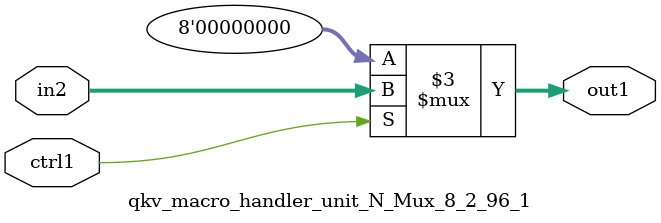
<source format=v>

`timescale 1ps / 1ps


module qkv_macro_handler_unit_N_Mux_8_2_96_1( in2, ctrl1, out1 );

    input [7:0] in2;
    input ctrl1;
    output [7:0] out1;
    reg [7:0] out1;

    
    // rtl_process:qkv_macro_handler_unit_N_Mux_8_2_96_1/qkv_macro_handler_unit_N_Mux_8_2_96_1_thread_1
    always @*
      begin : qkv_macro_handler_unit_N_Mux_8_2_96_1_thread_1
        case (ctrl1) 
          1'b1: 
            begin
              out1 = in2;
            end
          default: 
            begin
              out1 = 8'd000;
            end
        endcase
      end

endmodule



</source>
